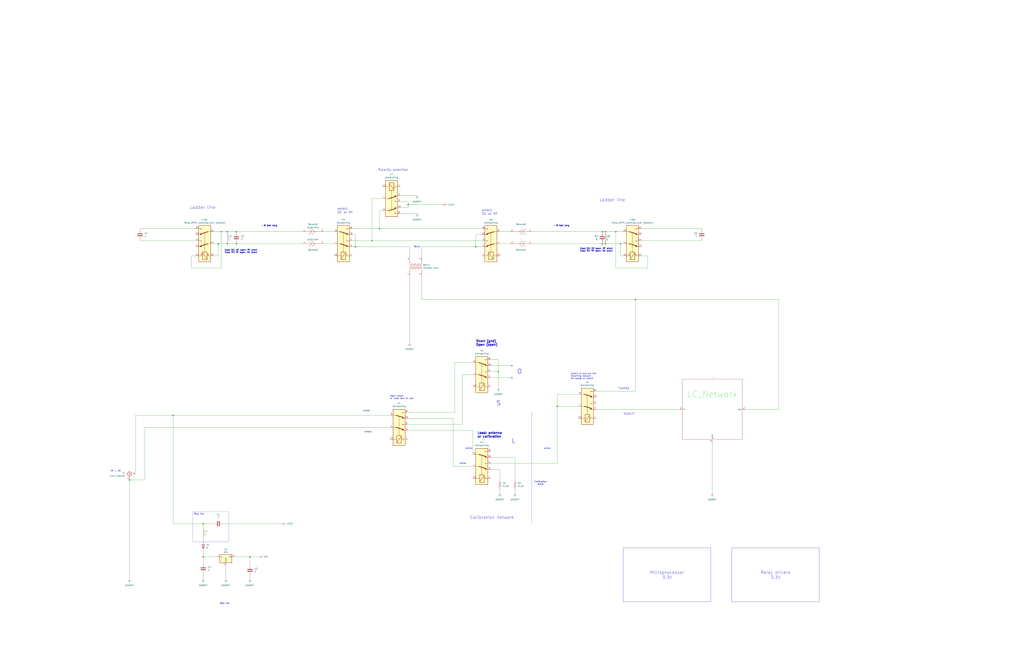
<source format=kicad_sch>
(kicad_sch (version 20250114) (generator "eeschema") (generator_version "9.0")
  (paper "D")
  (title_block (title "Gap Dipole") (comment 1 "Working on it"))
  (lib_symbols
    (symbol "Connector:Conn_Coaxial" (pin_names (offset 1.016) (hide yes))
      (property "Reference" "J" (at 0.254 3.048 0))
      (property "Value" "Conn_Coaxial" (at 2.921 0 90))
      (symbol "Conn_Coaxial_0_1"
        (polyline (pts (xy -2.54 0) (xy -0.508 0)))
        (arc (start 1.778 0) (mid 0.222 -1.8079) (end -1.778 -0.508) (stroke (width 0.254)))
        (arc (start -1.778 0.508) (mid 0.2221 1.8084) (end 1.778 0) (stroke (width 0.254)))
        (circle (center 0 0) (radius 0.508) (stroke (width 0.2032)))
        (polyline (pts (xy 0 -2.54) (xy 0 -1.778)))
      )
      (symbol "Conn_Coaxial_1_1"
        (pin passive line (at -5.08 0 0) (length 2.54) (name "In") (number "1"))
        (pin passive line (at 0 -5.08 90) (length 2.54) (name "Ext") (number "2"))
      )
    )
    (symbol "Device:C" (pin_numbers (hide yes)) (pin_names (offset 0.254))
      (property "Reference" "C" (at 0.635 2.54 0))
      (property "Value" "C" (at 0.635 -2.54 0))
      (symbol "C_0_1"
        (polyline (pts (xy -2.032 0.762) (xy 2.032 0.762)) (stroke (width 0.508)))
        (polyline (pts (xy -2.032 -0.762) (xy 2.032 -0.762)) (stroke (width 0.508)))
      )
      (symbol "C_1_1"
        (pin passive line (at 0 3.81 270) (length 2.794) (name "~") (number "1"))
        (pin passive line (at 0 -3.81 90) (length 2.794) (name "~") (number "2"))
      )
    )
    (symbol "Device:D" (pin_numbers (hide yes)) (pin_names (offset 1.016) (hide yes))
      (property "Reference" "D" (at 0 2.54 0))
      (property "Value" "D" (at 0 -2.54 0))
      (symbol "D_0_1"
        (polyline (pts (xy -1.27 1.27) (xy -1.27 -1.27)) (stroke (width 0.254)))
        (polyline (pts (xy 1.27 1.27) (xy 1.27 -1.27) (xy -1.27 0) (xy 1.27 1.27)) (stroke (width 0.254)))
        (polyline (pts (xy 1.27 0) (xy -1.27 0)))
      )
      (symbol "D_1_1"
        (pin passive line (at -3.81 0 0) (length 2.54) (name "K") (number "1"))
        (pin passive line (at 3.81 0 180) (length 2.54) (name "A") (number "2"))
      )
    )
    (symbol "Device:L" (pin_numbers (hide yes)) (pin_names (offset 1.016) (hide yes))
      (property "Reference" "L" (at -1.27 0 90))
      (property "Value" "L" (at 1.905 0 90))
      (symbol "L_0_1"
        (arc (start 0 2.54) (mid 0.6323 1.905) (end 0 1.27))
        (arc (start 0 1.27) (mid 0.6323 0.635) (end 0 0))
        (arc (start 0 0) (mid 0.6323 -0.635) (end 0 -1.27))
        (arc (start 0 -1.27) (mid 0.6323 -1.905) (end 0 -2.54))
      )
      (symbol "L_1_1"
        (pin passive line (at 0 3.81 270) (length 1.27) (name "1") (number "1"))
        (pin passive line (at 0 -3.81 90) (length 1.27) (name "2") (number "2"))
      )
    )
    (symbol "Device:R_US" (pin_numbers (hide yes)) (pin_names (offset 0))
      (property "Reference" "R" (at 2.54 0 90))
      (property "Value" "R_US" (at -2.54 0 90))
      (symbol "R_US_0_1"
        (polyline (pts (xy 0 2.286) (xy 0 2.54)))
        (polyline (pts (xy 0 2.286) (xy 1.016 1.905) (xy 0 1.524) (xy -1.016 1.143) (xy 0 0.762)))
        (polyline (pts (xy 0 0.762) (xy 1.016 0.381) (xy 0 0) (xy -1.016 -0.381) (xy 0 -0.762)))
        (polyline (pts (xy 0 -0.762) (xy 1.016 -1.143) (xy 0 -1.524) (xy -1.016 -1.905) (xy 0 -2.286)))
        (polyline (pts (xy 0 -2.286) (xy 0 -2.54)))
      )
      (symbol "R_US_1_1"
        (pin passive line (at 0 3.81 270) (length 1.27) (name "~") (number "1"))
        (pin passive line (at 0 -3.81 90) (length 1.27) (name "~") (number "2"))
      )
    )
    (symbol "Device:Transformer_1P_1S" (pin_names (offset 1.016) (hide yes))
      (property "Reference" "T" (at 0 6.35 0))
      (property "Value" "Transformer_1P_1S" (at 0 -7.62 0))
      (symbol "Transformer_1P_1S_0_1"
        (arc (start -1.27 3.81) (mid -1.656 2.9336) (end -2.54 2.5654))
        (arc (start -1.27 1.27) (mid -1.656 0.3936) (end -2.54 0.0254))
        (arc (start -1.27 -1.27) (mid -1.656 -2.1464) (end -2.54 -2.5146))
        (arc (start -1.27 -3.81) (mid -1.656 -4.6864) (end -2.54 -5.0546))
        (arc (start -2.54 5.08) (mid -1.642 4.708) (end -1.27 3.81))
        (arc (start -2.54 2.54) (mid -1.642 2.168) (end -1.27 1.27))
        (arc (start -2.54 0) (mid -1.642 -0.372) (end -1.27 -1.27))
        (arc (start -2.54 -2.54) (mid -1.642 -2.912) (end -1.27 -3.81))
        (polyline (pts (xy -0.635 5.08) (xy -0.635 -5.08)))
        (polyline (pts (xy 0.635 -5.08) (xy 0.635 5.08)))
        (arc (start 1.2954 3.81) (mid 1.6457 4.7117) (end 2.54 5.08))
        (arc (start 1.2954 1.27) (mid 1.6457 2.1717) (end 2.54 2.54))
        (arc (start 1.2954 -1.27) (mid 1.6457 -0.3683) (end 2.54 0))
        (arc (start 2.54 2.5654) (mid 1.6599 2.9299) (end 1.2954 3.81))
        (arc (start 2.54 0.0254) (mid 1.6599 0.3899) (end 1.2954 1.27))
        (arc (start 2.54 -2.5146) (mid 1.6599 -2.1501) (end 1.2954 -1.27))
        (arc (start 1.3208 -3.81) (mid 1.6711 -2.9085) (end 2.5654 -2.54))
        (arc (start 2.5654 -5.0546) (mid 1.6851 -4.6902) (end 1.3208 -3.81))
      )
      (symbol "Transformer_1P_1S_1_1"
        (pin passive line (at -10.16 5.08 0) (length 7.62) (name "AA") (number "1"))
        (pin passive line (at -10.16 -5.08 0) (length 7.62) (name "AB") (number "2"))
        (pin passive line (at 10.16 5.08 180) (length 7.62) (name "SB") (number "4"))
        (pin passive line (at 10.16 -5.08 180) (length 7.62) (name "SA") (number "3"))
      )
    )
    (symbol "GapDipoleSymbols:Banana"
      (property "Reference" "Banana" (at 0 0 0))
      (symbol "Banana_0_1"
        (polyline (pts (xy -5.08 -5.08) (xy 7.62 -5.08)))
        (polyline (pts (xy 0 -5.08) (xy -2.54 -2.54)))
        (polyline (pts (xy 0 -5.08) (xy -2.54 -7.62)))
        (polyline (pts (xy 2.54 -5.08) (xy 0 -2.54)))
        (polyline (pts (xy 2.54 -5.08) (xy 0 -7.62)))
      )
      (symbol "Banana_1_1"
        (pin bidirectional line (at -7.62 -5.08 0) (length 2.54) (name "") (number "1"))
        (pin bidirectional line (at 10.16 -5.08 180) (length 2.54) (name "") (number "2"))
      )
    )
    (symbol "GapDipoleSymbols:Generic_device"
      (property "Reference" "G" (at -0.254 1.524 0))
      (symbol "Generic_device_0_1"
        (rectangle (start -25.4 25.4) (end 25.4 -25.4))
      )
      (symbol "Generic_device_1_1"
        (pin input line (at -27.94 0 0) (length 2.54) (name "in") (number "1"))
        (pin bidirectional line (at 0 -27.94 90) (length 2.54) (name "gnd") (number "3"))
        (pin output line (at 27.94 0 180) (length 2.54) (name "out") (number "2"))
      )
    )
    (symbol "Regulator_Linear:LM7805_TO220" (pin_names (offset 0.254))
      (property "Reference" "U" (at -3.81 3.175 0))
      (property "Value" "LM7805_TO220" (at 0 3.175 0))
      (symbol "LM7805_TO220_0_1"
        (rectangle (start -5.08 1.905) (end 5.08 -5.08) (stroke (width 0.254)) (fill (type background)))
      )
      (symbol "LM7805_TO220_1_1"
        (pin power_in line (at -7.62 0 0) (length 2.54) (name "VI") (number "1"))
        (pin power_in line (at 0 -7.62 90) (length 2.54) (name "GND") (number "2"))
        (pin power_out line (at 7.62 0 180) (length 2.54) (name "VO") (number "3"))
      )
    )
    (symbol "Relay:EC2-3NU"
      (property "Reference" "K" (at 15.24 8.89 0))
      (property "Value" "EC2-3NU" (at 19.05 6.35 0))
      (symbol "EC2-3NU_1_1"
        (rectangle (start -15.24 5.08) (end 15.24 -5.08) (stroke (width 0.254)) (fill (type background)))
        (rectangle (start -13.335 1.905) (end -6.985 -1.905) (stroke (width 0.254)))
        (polyline (pts (xy -12.7 -1.905) (xy -7.62 1.905)) (stroke (width 0.254)))
        (polyline (pts (xy -10.16 5.08) (xy -10.16 1.905)))
        (polyline (pts (xy -10.16 -5.08) (xy -10.16 -1.905)))
        (polyline (pts (xy -6.985 0) (xy -6.35 0)) (stroke (width 0.254)))
        (polyline (pts (xy -5.715 0) (xy -5.08 0)) (stroke (width 0.254)))
        (polyline (pts (xy -4.445 0) (xy -3.81 0)) (stroke (width 0.254)))
        (polyline (pts (xy -3.175 0) (xy -2.54 0)) (stroke (width 0.254)))
        (polyline (pts (xy -2.54 5.08) (xy -2.54 2.54) (xy -1.905 3.175) (xy -2.54 3.81)) (fill (type outline)))
        (polyline (pts (xy -1.905 0) (xy -1.27 0)) (stroke (width 0.254)))
        (polyline (pts (xy -0.635 0) (xy 0 0)) (stroke (width 0.254)))
        (polyline (pts (xy 0 -2.54) (xy -1.905 3.81)) (stroke (width 0.508)))
        (polyline (pts (xy 0 -2.54) (xy 0 -5.08)))
        (polyline (pts (xy 0.635 0) (xy 1.27 0)) (stroke (width 0.254)))
        (polyline (pts (xy 1.905 0) (xy 2.54 0)) (stroke (width 0.254)))
        (polyline (pts (xy 2.54 5.08) (xy 2.54 2.54) (xy 1.905 3.175) (xy 2.54 3.81)))
        (polyline (pts (xy 3.175 0) (xy 3.81 0)) (stroke (width 0.254)))
        (polyline (pts (xy 4.445 0) (xy 5.08 0)) (stroke (width 0.254)))
        (polyline (pts (xy 5.715 0) (xy 6.35 0)) (stroke (width 0.254)))
        (polyline (pts (xy 6.985 0) (xy 7.62 0)) (stroke (width 0.254)))
        (polyline (pts (xy 7.62 5.08) (xy 7.62 2.54) (xy 8.255 3.175) (xy 7.62 3.81)) (fill (type outline)))
        (polyline (pts (xy 8.255 0) (xy 8.89 0)) (stroke (width 0.254)))
        (polyline (pts (xy 10.16 -2.54) (xy 8.255 3.81)) (stroke (width 0.508)))
        (polyline (pts (xy 10.16 -2.54) (xy 10.16 -5.08)))
        (polyline (pts (xy 12.7 5.08) (xy 12.7 2.54) (xy 12.065 3.175) (xy 12.7 3.81)))
        (text "+" (at -9.271 2.921 0) (effects (font (size 1.27 1.27))))
        (pin passive line (at -10.16 7.62 270) (length 2.54) (name "~") (number "1"))
        (pin passive line (at -10.16 -7.62 90) (length 2.54) (name "~") (number "12"))
        (pin passive line (at -2.54 7.62 270) (length 2.54) (name "~") (number "3"))
        (pin passive line (at 0 -7.62 90) (length 2.54) (name "~") (number "4"))
        (pin passive line (at 2.54 7.62 270) (length 2.54) (name "~") (number "5"))
        (pin passive line (at 7.62 7.62 270) (length 2.54) (name "~") (number "10"))
        (pin passive line (at 10.16 -7.62 90) (length 2.54) (name "~") (number "9"))
        (pin passive line (at 12.7 7.62 270) (length 2.54) (name "~") (number "8"))
      )
    )
    (symbol "Relay:Relay_DPDT_Latching_1coil"
      (property "Reference" "K" (at 16.51 3.81 0))
      (property "Value" "Relay_DPDT_Latching_1coil" (at 16.51 1.27 0))
      (symbol "Relay_DPDT_Latching_1coil_0_1"
        (rectangle (start -13.335 1.905) (end -6.985 -1.905) (stroke (width 0.254)))
        (polyline (pts (xy -12.7 -1.905) (xy -7.62 1.905)) (stroke (width 0.254)))
        (polyline (pts (xy -10.16 5.08) (xy -10.16 1.905)))
        (polyline (pts (xy -10.16 -5.08) (xy -10.16 -1.905)))
        (polyline (pts (xy -6.985 0) (xy -6.35 0)) (stroke (width 0.254)))
        (polyline (pts (xy -5.715 0) (xy -5.08 0)) (stroke (width 0.254)))
        (polyline (pts (xy -4.445 0) (xy -3.81 0)) (stroke (width 0.254)))
        (polyline (pts (xy -3.175 0) (xy -2.54 0)) (stroke (width 0.254)))
        (polyline (pts (xy -2.54 5.08) (xy -2.54 2.54) (xy -1.905 3.175) (xy -2.54 3.81)) (fill (type outline)))
        (polyline (pts (xy -1.905 0) (xy -1.27 0)) (stroke (width 0.254)))
        (polyline (pts (xy -0.635 0) (xy 0 0)) (stroke (width 0.254)))
        (polyline (pts (xy 0 -2.54) (xy -1.905 3.81)) (stroke (width 0.508)))
        (polyline (pts (xy 0 -2.54) (xy 0 -5.08)))
        (polyline (pts (xy 0.635 0) (xy 1.27 0)) (stroke (width 0.254)))
        (polyline (pts (xy 1.905 0) (xy 2.54 0)) (stroke (width 0.254)))
        (polyline (pts (xy 2.54 5.08) (xy 2.54 2.54) (xy 1.905 3.175) (xy 2.54 3.81)))
        (polyline (pts (xy 3.175 0) (xy 3.81 0)) (stroke (width 0.254)))
        (polyline (pts (xy 4.445 0) (xy 5.08 0)) (stroke (width 0.254)))
        (polyline (pts (xy 5.715 0) (xy 6.35 0)) (stroke (width 0.254)))
        (polyline (pts (xy 6.985 0) (xy 7.62 0)) (stroke (width 0.254)))
        (polyline (pts (xy 7.62 5.08) (xy 7.62 2.54) (xy 8.255 3.175) (xy 7.62 3.81)) (fill (type outline)))
        (polyline (pts (xy 8.255 0) (xy 8.89 0)) (stroke (width 0.254)))
        (polyline (pts (xy 10.16 -2.54) (xy 8.255 3.81)) (stroke (width 0.508)))
        (polyline (pts (xy 10.16 -2.54) (xy 10.16 -5.08)))
        (polyline (pts (xy 12.7 5.08) (xy 12.7 2.54) (xy 12.065 3.175) (xy 12.7 3.81)))
      )
      (symbol "Relay_DPDT_Latching_1coil_1_0"
        (text "S+" (at -8.89 2.794 0) (effects (font (size 0.762 0.762))))
        (text "R+" (at -8.89 -2.794 0) (effects (font (size 0.762 0.762))))
      )
      (symbol "Relay_DPDT_Latching_1coil_1_1"
        (rectangle (start -15.24 5.08) (end 15.24 -5.08) (stroke (width 0.254)) (fill (type background)))
        (pin passive line (at -10.16 7.62 270) (length 2.54) (name "~") (number "A1"))
        (pin passive line (at -10.16 -7.62 90) (length 2.54) (name "~") (number "A2"))
        (pin passive line (at -2.54 7.62 270) (length 2.54) (name "~") (number "12"))
        (pin passive line (at 0 -7.62 90) (length 2.54) (name "~") (number "11"))
        (pin passive line (at 2.54 7.62 270) (length 2.54) (name "~") (number "14"))
        (pin passive line (at 7.62 7.62 270) (length 2.54) (name "~") (number "22"))
        (pin passive line (at 10.16 -7.62 90) (length 2.54) (name "~") (number "21"))
        (pin passive line (at 12.7 7.62 270) (length 2.54) (name "~") (number "24"))
      )
    )
    (symbol "power:+3.3V" (power) (pin_numbers (hide yes)) (pin_names (offset 0) (hide yes))
      (property "Value" "+3.3V" (at 0 3.556 0))
      (symbol "+3.3V_0_1"
        (polyline (pts (xy -0.762 1.27) (xy 0 2.54)))
        (polyline (pts (xy 0 2.54) (xy 0.762 1.27)))
        (polyline (pts (xy 0 0) (xy 0 2.54)))
      )
      (symbol "+3.3V_1_1"
        (pin power_in line (at 0 0 90) (length 0) (name "~") (number "1"))
      )
    )
    (symbol "power:GNDREF" (power) (pin_numbers (hide yes)) (pin_names (offset 0) (hide yes))
      (property "Value" "GNDREF" (at 0 -3.81 0))
      (symbol "GNDREF_0_1"
        (polyline (pts (xy -0.635 -1.905) (xy 0.635 -1.905)))
        (polyline (pts (xy -0.127 -2.54) (xy 0.127 -2.54)))
        (polyline (pts (xy 0 -1.27) (xy 0 0)))
        (polyline (pts (xy 1.27 -1.27) (xy -1.27 -1.27)))
      )
      (symbol "GNDREF_1_1"
        (pin power_in line (at 0 0 270) (length 0) (name "~") (number "1"))
      )
    )
    (symbol "power:VDC" (power) (pin_numbers (hide yes)) (pin_names (offset 0) (hide yes))
      (property "Value" "VDC" (at 0 3.556 0))
      (symbol "VDC_0_1"
        (polyline (pts (xy -0.762 1.27) (xy 0 2.54)))
        (polyline (pts (xy 0 2.54) (xy 0.762 1.27)))
        (polyline (pts (xy 0 0) (xy 0 2.54)))
      )
      (symbol "VDC_1_1"
        (pin power_in line (at 0 0 90) (length 0) (name "~") (number "1"))
      )
    )
  )
  (text "Polarity selection" (at 318.77 143.51 0) (effects (font (size 1.905 1.905)) (justify left)))
  (text "Case DC: DC open, RF short\nCase RF: RF open, DC short" (at 502.92 210.82 0) (effects (font (size 1.27 1.27) (thickness 0.254) (bold yes))))
  (text "select\nDC or RF" (at 406.4 179.07 0) (effects (font (size 1.905 1.905)) (justify left)))
  (text "~ 8 feet long" (at 227.33 190.5 0) (effects (font (size 1.27 1.27) (thickness 0.254) (bold yes))))
  (text "Ladder line" (at 160.02 175.26 0) (effects (font (size 2.54 2.54)) (justify left)))
  (text "~ 8 feet long" (at 473.71 190.5 0) (effects (font (size 1.27 1.27) (thickness 0.254) (bold yes))))
  (text "\"sweep\"" (at 520.7 327.66 0) (effects (font (size 1.905 1.905)) (justify left)))
  (text "Calibration network" (at 396.24 436.88 0) (effects (font (size 2.54 2.54)) (justify left)))
  (text "select\nDC or RF" (at 284.48 177.8 0) (effects (font (size 1.905 1.905)) (justify left)))
  (text "center" (at 306.07 346.71 0) (effects (font (size 1.27 1.27)) (justify left)))
  (text "Switch in and out the\nmatching network\nfor sweep or match" (at 481.33 317.5 0) (effects (font (size 1.27 1.27)) (justify left)))
  (text "S" (at 420.37 340.36 0) (effects (font (size 3.81 3.81) (thickness 0.254) (bold yes))))
  (text "shield" (at 392.43 378.46 0) (effects (font (size 1.27 1.27)) (justify left)))
  (text "O" (at 438.15 313.69 0) (effects (font (size 3.81 3.81) (thickness 0.254) (bold yes))))
  (text "Balun" (at 351.79 208.28 0) (effects (font (size 1.27 1.27))))
  (text "L" (at 433.07 372.11 0) (effects (font (size 3.81 3.81) (thickness 0.254) (bold yes))))
  (text "shield" (at 307.34 364.49 0) (effects (font (size 1.27 1.27)) (justify left)))
  (text "Case DC: DC open, RF short\nCase RF: RF open, DC short" (at 203.2 212.09 0) (effects (font (size 1.27 1.27) (thickness 0.254) (bold yes))))
  (text "Bias tee" (at 185.42 509.27 0) (effects (font (size 1.27 1.27)) (justify left)))
  (text "\"match\"" (at 524.51 349.25 0) (effects (font (size 1.905 1.905)) (justify left)))
  (text "Open-short\nor Load (ant or cal)" (at 328.93 335.28 0) (effects (font (size 1.27 1.27)) (justify left)))
  (text "center" (at 458.47 378.46 0) (effects (font (size 1.27 1.27)) (justify left)))
  (text "Calibration\nplane" (at 455.93 407.67 0) (effects (font (size 1.27 1.27) (thickness 0.1588) (italic yes))))
  (text "RF + DC" (at 97.79 397.51 0) (effects (font (size 1.27 1.27))))
  (text "center" (at 387.35 391.16 0) (effects (font (size 1.27 1.27)) (justify left)))
  (text "Load: antenna\nor calibration" (at 402.59 367.03 0) (effects (font (size 1.905 1.905) (thickness 0.381) (bold yes)) (justify left)))
  (text "Ladder line" (at 505.46 168.91 0) (effects (font (size 2.54 2.54)) (justify left)))
  (text "Short (gnd)\nOpen (open)" (at 401.32 289.56 0) (effects (font (size 1.905 1.905) (thickness 0.381) (bold yes)) (justify left)))
  (text_box "Bias Tee" (at 162.56 431.8 0) (size 30.48 25.4) (margins 0.9525 0.9525 0.9525 0.9525) (stroke (width 0.127) (type dash)) (effects (font (size 1.27 1.27)) (justify left top)))
  (text_box "Relay drivers\n3.3V" (at 617.22 462.28 0) (size 73.66 45.72) (margins 0.9525 0.9525 0.9525 0.9525) (effects (font (size 2.54 2.54))))
  (text_box "Microprocessor\n3.3V" (at 525.78 462.28 0) (size 73.66 45.72) (margins 0.9525 0.9525 0.9525 0.9525) (effects (font (size 2.54 2.54))))
  (junction (at 191.77 195.58))
  (junction (at 469.9 342.9))
  (junction (at 510.54 205.74))
  (junction (at 401.32 208.28))
  (junction (at 535.94 252.73))
  (junction (at 420.37 313.69))
  (junction (at 109.22 405.13))
  (junction (at 313.69 203.2))
  (junction (at 519.43 195.58))
  (junction (at 191.77 205.74))
  (junction (at 171.45 441.96))
  (junction (at 320.04 193.04))
  (junction (at 184.15 205.74))
  (junction (at 171.45 469.9))
  (junction (at 508 205.74))
  (junction (at 299.72 208.28))
  (junction (at 210.82 469.9))
  (junction (at 199.39 195.58))
  (junction (at 508 195.58))
  (junction (at 199.39 205.74))
  (junction (at 146.05 350.52))
  (junction (at 186.69 195.58))
  (junction (at 523.24 205.74))
  (junction (at 510.54 195.58))
  (junction (at 344.17 172.72))
  (no_connect (at 431.8 318.77))
  (no_connect (at 431.8 308.61))
  (wire (pts (xy 508 204.47) (xy 508 205.74)))
  (wire (pts (xy 523.24 205.74) (xy 510.54 205.74)))
  (wire (pts (xy 114.3 350.52) (xy 146.05 350.52)))
  (wire (pts (xy 344.17 172.72) (xy 344.17 175.26)))
  (wire (pts (xy 487.68 332.74) (xy 469.9 332.74)))
  (wire (pts (xy 502.92 345.44) (xy 572.77 345.44)))
  (wire (pts (xy 510.54 205.74) (xy 508 205.74)))
  (wire (pts (xy 344.17 172.72) (xy 373.38 172.72)))
  (wire (pts (xy 510.54 195.58) (xy 510.54 196.85)))
  (wire (pts (xy 322.58 167.64) (xy 313.69 167.64)))
  (wire (pts (xy 430.53 195.58) (xy 421.64 195.58)))
  (wire (pts (xy 109.22 405.13) (xy 121.92 405.13)))
  (wire (pts (xy 171.45 483.87) (xy 171.45 488.95)))
  (wire (pts (xy 171.45 441.96) (xy 171.45 445.77)))
  (wire (pts (xy 118.11 193.04) (xy 118.11 194.31)))
  (wire (pts (xy 519.43 195.58) (xy 510.54 195.58)))
  (wire (pts (xy 656.59 345.44) (xy 656.59 252.73)))
  (wire (pts (xy 469.9 342.9) (xy 469.9 391.16)))
  (wire (pts (xy 414.02 386.08) (xy 434.34 386.08)))
  (wire (pts (xy 344.17 347.98) (xy 383.54 347.98)))
  (wire (pts (xy 448.31 195.58) (xy 508 195.58)))
  (wire (pts (xy 525.78 195.58) (xy 519.43 195.58)))
  (wire (pts (xy 510.54 195.58) (xy 508 195.58)))
  (wire (pts (xy 297.18 193.04) (xy 320.04 193.04)))
  (wire (pts (xy 344.17 358.14) (xy 389.89 358.14)))
  (wire (pts (xy 180.34 205.74) (xy 184.15 205.74)))
  (wire (pts (xy 345.44 234.95) (xy 345.44 289.56)))
  (wire (pts (xy 355.6 234.95) (xy 355.6 252.73)))
  (wire (pts (xy 519.43 226.06) (xy 546.1 226.06)))
  (wire (pts (xy 337.82 175.26) (xy 344.17 175.26)))
  (wire (pts (xy 337.82 170.18) (xy 344.17 170.18)))
  (wire (pts (xy 389.89 316.23) (xy 398.78 316.23)))
  (polyline (pts (xy 448.31 347.98) (xy 448.31 441.96)) (stroke (width 0) (type dash)))
  (wire (pts (xy 180.34 215.9) (xy 184.15 215.9)))
  (wire (pts (xy 161.29 215.9) (xy 165.1 215.9)))
  (wire (pts (xy 297.18 198.12) (xy 299.72 198.12)))
  (wire (pts (xy 414.02 303.53) (xy 420.37 303.53)))
  (wire (pts (xy 171.45 441.96) (xy 180.34 441.96)))
  (wire (pts (xy 355.6 214.63) (xy 355.6 208.28)))
  (wire (pts (xy 328.93 360.68) (xy 121.92 360.68)))
  (wire (pts (xy 401.32 198.12) (xy 401.32 208.28)))
  (wire (pts (xy 406.4 198.12) (xy 401.32 198.12)))
  (wire (pts (xy 431.8 318.77) (xy 414.02 318.77)))
  (wire (pts (xy 344.17 353.06) (xy 382.27 353.06)))
  (wire (pts (xy 535.94 252.73) (xy 535.94 330.2)))
  (wire (pts (xy 382.27 393.7) (xy 398.78 393.7)))
  (wire (pts (xy 146.05 350.52) (xy 146.05 441.96)))
  (wire (pts (xy 628.65 345.44) (xy 656.59 345.44)))
  (wire (pts (xy 434.34 386.08) (xy 434.34 405.13)))
  (wire (pts (xy 191.77 195.58) (xy 199.39 195.58)))
  (wire (pts (xy 525.78 205.74) (xy 523.24 205.74)))
  (wire (pts (xy 313.69 167.64) (xy 313.69 203.2)))
  (wire (pts (xy 180.34 195.58) (xy 186.69 195.58)))
  (wire (pts (xy 210.82 469.9) (xy 218.44 469.9)))
  (wire (pts (xy 186.69 195.58) (xy 191.77 195.58)))
  (wire (pts (xy 344.17 170.18) (xy 344.17 172.72)))
  (wire (pts (xy 469.9 332.74) (xy 469.9 342.9)))
  (wire (pts (xy 171.45 464.82) (xy 171.45 469.9)))
  (wire (pts (xy 469.9 342.9) (xy 487.68 342.9)))
  (wire (pts (xy 414.02 391.16) (xy 469.9 391.16)))
  (wire (pts (xy 184.15 205.74) (xy 184.15 215.9)))
  (wire (pts (xy 389.89 358.14) (xy 389.89 316.23)))
  (wire (pts (xy 191.77 205.74) (xy 199.39 205.74)))
  (wire (pts (xy 434.34 412.75) (xy 434.34 416.56)))
  (wire (pts (xy 186.69 195.58) (xy 186.69 226.06)))
  (wire (pts (xy 210.82 469.9) (xy 210.82 477.52)))
  (wire (pts (xy 322.58 177.8) (xy 320.04 177.8)))
  (wire (pts (xy 430.53 205.74) (xy 421.64 205.74)))
  (wire (pts (xy 191.77 204.47) (xy 191.77 205.74)))
  (wire (pts (xy 591.82 201.93) (xy 591.82 203.2)))
  (wire (pts (xy 656.59 252.73) (xy 535.94 252.73)))
  (wire (pts (xy 431.8 308.61) (xy 414.02 308.61)))
  (wire (pts (xy 508 195.58) (xy 508 196.85)))
  (wire (pts (xy 199.39 195.58) (xy 255.27 195.58)))
  (wire (pts (xy 523.24 215.9) (xy 525.78 215.9)))
  (wire (pts (xy 146.05 350.52) (xy 328.93 350.52)))
  (wire (pts (xy 345.44 208.28) (xy 345.44 214.63)))
  (wire (pts (xy 118.11 203.2) (xy 165.1 203.2)))
  (wire (pts (xy 355.6 208.28) (xy 401.32 208.28)))
  (wire (pts (xy 320.04 177.8) (xy 320.04 193.04)))
  (wire (pts (xy 510.54 204.47) (xy 510.54 205.74)))
  (wire (pts (xy 299.72 208.28) (xy 297.18 208.28)))
  (wire (pts (xy 273.05 205.74) (xy 281.94 205.74)))
  (wire (pts (xy 414.02 313.69) (xy 420.37 313.69)))
  (wire (pts (xy 210.82 485.14) (xy 210.82 488.95)))
  (wire (pts (xy 591.82 203.2) (xy 541.02 203.2)))
  (wire (pts (xy 171.45 469.9) (xy 182.88 469.9)))
  (wire (pts (xy 523.24 205.74) (xy 523.24 215.9)))
  (wire (pts (xy 199.39 195.58) (xy 199.39 196.85)))
  (wire (pts (xy 591.82 193.04) (xy 591.82 194.31)))
  (wire (pts (xy 161.29 226.06) (xy 161.29 215.9)))
  (wire (pts (xy 171.45 453.39) (xy 171.45 457.2)))
  (wire (pts (xy 421.64 412.75) (xy 421.64 416.56)))
  (wire (pts (xy 199.39 205.74) (xy 255.27 205.74)))
  (wire (pts (xy 114.3 350.52) (xy 114.3 400.05)))
  (wire (pts (xy 313.69 203.2) (xy 406.4 203.2)))
  (wire (pts (xy 297.18 203.2) (xy 313.69 203.2)))
  (wire (pts (xy 600.71 416.56) (xy 600.71 373.38)))
  (wire (pts (xy 546.1 226.06) (xy 546.1 215.9)))
  (wire (pts (xy 401.32 208.28) (xy 406.4 208.28)))
  (wire (pts (xy 187.96 441.96) (xy 237.49 441.96)))
  (wire (pts (xy 199.39 204.47) (xy 199.39 205.74)))
  (wire (pts (xy 273.05 195.58) (xy 281.94 195.58)))
  (wire (pts (xy 502.92 330.2) (xy 535.94 330.2)))
  (wire (pts (xy 146.05 441.96) (xy 171.45 441.96)))
  (wire (pts (xy 546.1 215.9) (xy 541.02 215.9)))
  (wire (pts (xy 337.82 180.34) (xy 351.79 180.34)))
  (wire (pts (xy 420.37 303.53) (xy 420.37 313.69)))
  (wire (pts (xy 198.12 469.9) (xy 210.82 469.9)))
  (wire (pts (xy 121.92 360.68) (xy 121.92 405.13)))
  (wire (pts (xy 184.15 205.74) (xy 191.77 205.74)))
  (wire (pts (xy 421.64 396.24) (xy 421.64 405.13)))
  (wire (pts (xy 420.37 327.66) (xy 420.37 313.69)))
  (wire (pts (xy 186.69 226.06) (xy 161.29 226.06)))
  (wire (pts (xy 337.82 165.1) (xy 351.79 165.1)))
  (wire (pts (xy 448.31 205.74) (xy 508 205.74)))
  (wire (pts (xy 591.82 193.04) (xy 541.02 193.04)))
  (wire (pts (xy 299.72 198.12) (xy 299.72 208.28)))
  (wire (pts (xy 118.11 201.93) (xy 118.11 203.2)))
  (wire (pts (xy 118.11 193.04) (xy 165.1 193.04)))
  (wire (pts (xy 383.54 306.07) (xy 398.78 306.07)))
  (wire (pts (xy 190.5 477.52) (xy 190.5 488.95)))
  (wire (pts (xy 109.22 405.13) (xy 109.22 488.95)))
  (wire (pts (xy 320.04 193.04) (xy 406.4 193.04)))
  (wire (pts (xy 398.78 363.22) (xy 398.78 383.54)))
  (wire (pts (xy 382.27 353.06) (xy 382.27 393.7)))
  (wire (pts (xy 171.45 469.9) (xy 171.45 476.25)))
  (wire (pts (xy 414.02 396.24) (xy 421.64 396.24)))
  (wire (pts (xy 191.77 195.58) (xy 191.77 196.85)))
  (wire (pts (xy 355.6 252.73) (xy 535.94 252.73)))
  (wire (pts (xy 299.72 208.28) (xy 345.44 208.28)))
  (wire (pts (xy 383.54 347.98) (xy 383.54 306.07)))
  (wire (pts (xy 519.43 195.58) (xy 519.43 226.06)))
  (wire (pts (xy 344.17 363.22) (xy 398.78 363.22)))
  (symbol (lib_id "Device:R_US") (at 434.34 408.94 0) (unit 1)
    (property "Reference" "R2" (at 436.88 407.6699 0) (effects (justify left)))
    (property "Value" "R_US" (at 436.88 410.2099 0) (effects (justify left)))
    (property "Description" "Resistor, US symbol" (effects (hide yes)))
  )
  (symbol (lib_id "power:GNDREF") (at 421.64 416.56 0) (unit 1)
    (property "Reference" "#PWR09" (effects (hide yes)))
    (property "Value" "GNDREF" (at 421.64 421.64 0))
    (property "Description" "Power symbol creates a global label with name \"GNDREF\" , reference supply ground" (effects (hide yes)))
  )
  (symbol (lib_id "power:+3.3V") (at 237.49 441.96 270) (unit 1)
    (property "Reference" "#PWR08" (effects (hide yes)))
    (property "Value" "+3.3V" (at 241.3 441.9599 90) (effects (justify left)))
    (property "Description" "Power symbol creates a global label with name \"+3.3V\"" (effects (hide yes)))
  )
  (symbol (lib_id "Connector:Conn_Coaxial") (at 109.22 400.05 0) (mirror y) (unit 1)
    (property "Reference" "J1" (at 105.41 399.0731 0) (effects (justify left)))
    (property "Value" "Conn_Coaxial" (at 105.41 401.6131 0) (effects (justify left)))
    (property "Description" "coaxial connector (BNC, SMA, SMB, SMC, Cinch/RCA, LEMO, ...)" (effects (hide yes)))
  )
  (symbol (lib_id "Device:C") (at 118.11 198.12 0) (unit 1)
    (property "Reference" "C4" (at 121.92 196.8499 0) (effects (justify left)))
    (property "Value" "C" (at 121.92 199.3899 0) (effects (justify left)))
    (property "Description" "Unpolarized capacitor" (effects (hide yes)))
  )
  (symbol (lib_id "Device:D") (at 171.45 461.01 90) (unit 1)
    (property "Reference" "D1" (at 173.99 459.7399 90) (effects (justify right)))
    (property "Value" "D" (at 173.99 462.2799 90) (effects (justify right)))
    (property "Description" "Diode" (effects (hide yes)))
    (property "Sim.Device" "D" (effects (hide yes)))
    (property "Sim.Pins" "1=K 2=A" (effects (hide yes)))
  )
  (symbol (lib_id "power:VDC") (at 218.44 469.9 270) (unit 1)
    (property "Reference" "#PWR01" (effects (hide yes)))
    (property "Value" "VDC" (at 222.25 469.8999 90) (effects (justify left)))
    (property "Description" "Power symbol creates a global label with name \"VDC\"" (effects (hide yes)))
  )
  (symbol (lib_id "GapDipoleSymbols:Generic_device") (at 600.71 345.44 0) (unit 1)
    (property "Reference" "LC_Network" (at 600.71 332.74 0) (effects (font (size 5.08 5.08))))
    (property "Value" "~" (at 600.71 318.77 0))
  )
  (symbol (lib_id "power:GNDREF") (at 600.71 416.56 0) (unit 1)
    (property "Reference" "#PWR014" (effects (hide yes)))
    (property "Value" "GNDREF" (at 600.71 421.64 0))
    (property "Description" "Power symbol creates a global label with name \"GNDREF\" , reference supply ground" (effects (hide yes)))
  )
  (symbol (lib_id "GapDipoleSymbols:Banana") (at 440.69 200.66 0) (mirror y) (unit 1)
    (property "Reference" "Banana4" (at 439.42 210.82 0))
    (property "Value" "~" (at 439.42 201.93 0))
  )
  (symbol (lib_id "power:GNDREF") (at 109.22 488.95 0) (unit 1)
    (property "Reference" "#PWR02" (effects (hide yes)))
    (property "Value" "GNDREF" (at 109.22 494.03 0))
    (property "Description" "Power symbol creates a global label with name \"GNDREF\" , reference supply ground" (effects (hide yes)))
  )
  (symbol (lib_id "Device:L") (at 191.77 200.66 0) (unit 1)
    (property "Reference" "L2" (at 193.04 199.3899 0) (effects (justify left)))
    (property "Value" "L" (at 193.04 201.9299 0) (effects (justify left)))
    (property "Description" "Inductor" (effects (hide yes)))
  )
  (symbol (lib_id "Device:L") (at 510.54 200.66 0) (unit 1)
    (property "Reference" "L3" (at 511.81 199.3899 0) (effects (justify left)))
    (property "Value" "L" (at 511.81 201.9299 0) (effects (justify left)))
    (property "Description" "Inductor" (effects (hide yes)))
  )
  (symbol (lib_id "Device:C") (at 171.45 480.06 0) (unit 1)
    (property "Reference" "C2" (at 175.26 478.7899 0) (effects (justify left)))
    (property "Value" "C" (at 175.26 481.3299 0) (effects (justify left)))
    (property "Description" "Unpolarized capacitor" (effects (hide yes)))
  )
  (symbol (lib_id "Relay:EC2-3NU") (at 336.55 360.68 270) (mirror x) (unit 1)
    (property "Reference" "K1" (at 336.55 340.36 90))
    (property "Value" "Nonlatching" (at 336.55 342.9 90))
    (property "Footprint" "Relay_THT:Relay_DPDT_Kemet_EC2_NU" (effects (hide yes)))
    (property "Datasheet" "https://content.kemet.com/datasheets/KEM_R7002_EC2_EE2.pdf" (effects (hide yes)))
    (property "Description" "General purpose signal relay, Kemet EC2 Series, DPDT (2 Form C), non-latching, through hole, 60W/125VA, 220VDC/250VAC, 2A, 3V DC coil" (effects (hide yes)))
  )
  (symbol (lib_id "Relay:EC2-3NU") (at 330.2 167.64 270) (unit 1)
    (property "Reference" "K7" (at 330.2 147.32 90))
    (property "Value" "Nonlatching" (at 330.2 149.86 90))
    (property "Footprint" "Relay_THT:Relay_DPDT_Kemet_EC2_NU" (effects (hide yes)))
    (property "Datasheet" "https://content.kemet.com/datasheets/KEM_R7002_EC2_EE2.pdf" (effects (hide yes)))
    (property "Description" "General purpose signal relay, Kemet EC2 Series, DPDT (2 Form C), non-latching, through hole, 60W/125VA, 220VDC/250VAC, 2A, 3V DC coil" (effects (hide yes)))
  )
  (symbol (lib_id "power:GNDREF") (at 420.37 327.66 0) (unit 1)
    (property "Reference" "#PWR010" (effects (hide yes)))
    (property "Value" "GNDREF" (at 420.37 332.74 0))
    (property "Description" "Power symbol creates a global label with name \"GNDREF\" , reference supply ground" (effects (hide yes)))
  )
  (symbol (lib_id "Relay:EC2-3NU") (at 406.4 393.7 270) (mirror x) (unit 1)
    (property "Reference" "K3" (at 406.4 373.38 90))
    (property "Value" "Nonlatching" (at 406.4 375.92 90))
    (property "Footprint" "Relay_THT:Relay_DPDT_Kemet_EC2_NU" (effects (hide yes)))
    (property "Datasheet" "https://content.kemet.com/datasheets/KEM_R7002_EC2_EE2.pdf" (effects (hide yes)))
    (property "Description" "General purpose signal relay, Kemet EC2 Series, DPDT (2 Form C), non-latching, through hole, 60W/125VA, 220VDC/250VAC, 2A, 3V DC coil" (effects (hide yes)))
  )
  (symbol (lib_id "Device:L") (at 171.45 449.58 0) (unit 1)
    (property "Reference" "L1" (at 172.72 448.3099 0) (effects (justify left)))
    (property "Value" "L" (at 172.72 450.8499 0) (effects (justify left)))
    (property "Description" "Inductor" (effects (hide yes)))
  )
  (symbol (lib_id "GapDipoleSymbols:Banana") (at 262.89 190.5 0) (unit 1)
    (property "Reference" "Banana1" (at 264.16 189.23 0))
    (property "Value" "plug+jack" (at 264.16 191.77 0))
  )
  (symbol (lib_id "power:GNDREF") (at 351.79 180.34 0) (unit 1)
    (property "Reference" "#PWR013" (effects (hide yes)))
    (property "Value" "GNDREF" (at 351.79 185.42 0))
    (property "Description" "Power symbol creates a global label with name \"GNDREF\" , reference supply ground" (effects (hide yes)))
  )
  (symbol (lib_id "power:+3.3V") (at 373.38 172.72 270) (unit 1)
    (property "Reference" "#PWR06" (effects (hide yes)))
    (property "Value" "+3.3V" (at 377.19 172.7199 90) (effects (justify left)))
    (property "Description" "Power symbol creates a global label with name \"+3.3V\"" (effects (hide yes)))
  )
  (symbol (lib_id "Device:C") (at 199.39 200.66 0) (unit 1)
    (property "Reference" "C5" (at 203.2 199.3899 0) (effects (justify left)))
    (property "Value" "C" (at 203.2 201.9299 0) (effects (justify left)))
    (property "Description" "Unpolarized capacitor" (effects (hide yes)))
  )
  (symbol (lib_id "power:GNDREF") (at 434.34 416.56 0) (unit 1)
    (property "Reference" "#PWR011" (effects (hide yes)))
    (property "Value" "GNDREF" (at 434.34 421.64 0))
    (property "Description" "Power symbol creates a global label with name \"GNDREF\" , reference supply ground" (effects (hide yes)))
  )
  (symbol (lib_id "Regulator_Linear:LM7805_TO220") (at 190.5 469.9 0) (unit 1)
    (property "Reference" "U1" (at 190.5 463.55 0))
    (property "Value" "REG" (at 190.5 466.09 0))
    (property "Footprint" "Package_TO_SOT_THT:TO-220-3_Vertical" (effects (hide yes)))
    (property "Datasheet" "https://www.onsemi.cn/PowerSolutions/document/MC7800-D.PDF" (effects (hide yes)))
    (property "Description" "Positive 1A 35V Linear Regulator, Fixed Output 5V, TO-220" (effects (hide yes)))
  )
  (symbol (lib_id "power:GNDREF") (at 210.82 488.95 0) (unit 1)
    (property "Reference" "#PWR05" (effects (hide yes)))
    (property "Value" "GNDREF" (at 210.82 494.03 0))
    (property "Description" "Power symbol creates a global label with name \"GNDREF\" , reference supply ground" (effects (hide yes)))
  )
  (symbol (lib_id "Device:C") (at 210.82 481.33 0) (unit 1)
    (property "Reference" "C3" (at 214.63 480.0599 0) (effects (justify left)))
    (property "Value" "C" (at 214.63 482.5999 0) (effects (justify left)))
    (property "Description" "Unpolarized capacitor" (effects (hide yes)))
  )
  (symbol (lib_id "Relay:EC2-3NU") (at 414.02 205.74 90) (unit 1)
    (property "Reference" "K6" (at 414.02 185.42 90))
    (property "Value" "Nonlatching" (at 414.02 187.96 90))
    (property "Footprint" "Relay_THT:Relay_DPDT_Kemet_EC2_NU" (effects (hide yes)))
    (property "Datasheet" "https://content.kemet.com/datasheets/KEM_R7002_EC2_EE2.pdf" (effects (hide yes)))
    (property "Description" "General purpose signal relay, Kemet EC2 Series, DPDT (2 Form C), non-latching, through hole, 60W/125VA, 220VDC/250VAC, 2A, 3V DC coil" (effects (hide yes)))
  )
  (symbol (lib_id "power:GNDREF") (at 190.5 488.95 0) (unit 1)
    (property "Reference" "#PWR04" (effects (hide yes)))
    (property "Value" "GNDREF" (at 190.5 494.03 0))
    (property "Description" "Power symbol creates a global label with name \"GNDREF\" , reference supply ground" (effects (hide yes)))
  )
  (symbol (lib_id "Device:Transformer_1P_1S") (at 350.52 224.79 90) (unit 1)
    (property "Reference" "Balun" (at 356.87 223.5072 90) (effects (justify right)))
    (property "Value" "toroidal core" (at 356.87 226.0472 90) (effects (justify right)))
    (property "Description" "Transformer, single primary, single secondary" (effects (hide yes)))
  )
  (symbol (lib_id "power:GNDREF") (at 351.79 165.1 0) (unit 1)
    (property "Reference" "#PWR07" (effects (hide yes)))
    (property "Value" "GNDREF" (at 351.79 170.18 0))
    (property "Description" "Power symbol creates a global label with name \"GNDREF\" , reference supply ground" (effects (hide yes)))
  )
  (symbol (lib_id "Relay:EC2-3NU") (at 495.3 342.9 270) (mirror x) (unit 1)
    (property "Reference" "K4" (at 495.3 322.58 90))
    (property "Value" "Nonlatching" (at 495.3 325.12 90))
    (property "Footprint" "Relay_THT:Relay_DPDT_Kemet_EC2_NU" (effects (hide yes)))
    (property "Datasheet" "https://content.kemet.com/datasheets/KEM_R7002_EC2_EE2.pdf" (effects (hide yes)))
    (property "Description" "General purpose signal relay, Kemet EC2 Series, DPDT (2 Form C), non-latching, through hole, 60W/125VA, 220VDC/250VAC, 2A, 3V DC coil" (effects (hide yes)))
  )
  (symbol (lib_id "Device:C") (at 508 200.66 0) (mirror y) (unit 1)
    (property "Reference" "C7" (at 504.19 199.3899 0) (effects (justify left)))
    (property "Value" "C" (at 504.19 201.9299 0) (effects (justify left)))
    (property "Description" "Unpolarized capacitor" (effects (hide yes)))
  )
  (symbol (lib_id "Relay:Relay_DPDT_Latching_1coil") (at 533.4 205.74 270) (mirror x) (unit 1)
    (property "Reference" "KLB2" (at 533.4 185.42 90))
    (property "Value" "Relay_DPDT_Latching_1coil (bipolar)" (at 533.4 187.96 90))
    (property "Description" "Relay DPDT, bistable, single-coil, EN50005" (effects (hide yes)))
  )
  (symbol (lib_id "Relay:Relay_DPDT_Latching_1coil") (at 172.72 205.74 90) (unit 1)
    (property "Reference" "KLB1" (at 172.72 185.42 90))
    (property "Value" "Relay_DPDT_Latching_1coil (bipolar)" (at 172.72 187.96 90))
    (property "Description" "Relay DPDT, bistable, single-coil, EN50005" (effects (hide yes)))
  )
  (symbol (lib_id "GapDipoleSymbols:Banana") (at 440.69 190.5 0) (mirror y) (unit 1)
    (property "Reference" "Banana3" (at 439.42 189.23 0))
    (property "Value" "~" (at 439.42 191.77 0))
  )
  (symbol (lib_id "Relay:EC2-3NU") (at 289.56 205.74 270) (mirror x) (unit 1)
    (property "Reference" "K5" (at 289.56 185.42 90))
    (property "Value" "Nonlatching" (at 289.56 187.96 90))
    (property "Footprint" "Relay_THT:Relay_DPDT_Kemet_EC2_NU" (effects (hide yes)))
    (property "Datasheet" "https://content.kemet.com/datasheets/KEM_R7002_EC2_EE2.pdf" (effects (hide yes)))
    (property "Description" "General purpose signal relay, Kemet EC2 Series, DPDT (2 Form C), non-latching, through hole, 60W/125VA, 220VDC/250VAC, 2A, 3V DC coil" (effects (hide yes)))
  )
  (symbol (lib_id "Device:C") (at 591.82 198.12 0) (mirror y) (unit 1)
    (property "Reference" "C6" (at 588.01 196.8499 0) (effects (justify left)))
    (property "Value" "C" (at 588.01 199.3899 0) (effects (justify left)))
    (property "Description" "Unpolarized capacitor" (effects (hide yes)))
  )
  (symbol (lib_id "power:GNDREF") (at 171.45 488.95 0) (unit 1)
    (property "Reference" "#PWR03" (effects (hide yes)))
    (property "Value" "GNDREF" (at 171.45 494.03 0))
    (property "Description" "Power symbol creates a global label with name \"GNDREF\" , reference supply ground" (effects (hide yes)))
  )
  (symbol (lib_id "power:GNDREF") (at 345.44 289.56 0) (unit 1)
    (property "Reference" "#PWR012" (effects (hide yes)))
    (property "Value" "GNDREF" (at 345.44 294.64 0))
    (property "Description" "Power symbol creates a global label with name \"GNDREF\" , reference supply ground" (effects (hide yes)))
  )
  (symbol (lib_id "GapDipoleSymbols:Banana") (at 262.89 200.66 0) (unit 1)
    (property "Reference" "Banana2" (at 264.16 210.82 0))
    (property "Value" "plug+jack" (at 264.16 201.93 0))
  )
  (symbol (lib_id "Relay:EC2-3NU") (at 406.4 316.23 270) (mirror x) (unit 1)
    (property "Reference" "K2" (at 406.4 295.91 90))
    (property "Value" "Nonlatching" (at 406.4 298.45 90))
    (property "Footprint" "Relay_THT:Relay_DPDT_Kemet_EC2_NU" (effects (hide yes)))
    (property "Datasheet" "https://content.kemet.com/datasheets/KEM_R7002_EC2_EE2.pdf" (effects (hide yes)))
    (property "Description" "General purpose signal relay, Kemet EC2 Series, DPDT (2 Form C), non-latching, through hole, 60W/125VA, 220VDC/250VAC, 2A, 3V DC coil" (effects (hide yes)))
  )
  (symbol (lib_id "Device:C") (at 184.15 441.96 90) (unit 1)
    (property "Reference" "C1" (at 184.15 434.34 90))
    (property "Value" "C" (at 184.15 436.88 90))
    (property "Description" "Unpolarized capacitor" (effects (hide yes)))
  )
  (symbol (lib_id "Device:R_US") (at 421.64 408.94 0) (unit 1)
    (property "Reference" "R1" (at 424.18 407.6699 0) (effects (justify left)))
    (property "Value" "R_US" (at 424.18 410.2099 0) (effects (justify left)))
    (property "Description" "Resistor, US symbol" (effects (hide yes)))
  )
)
</source>
